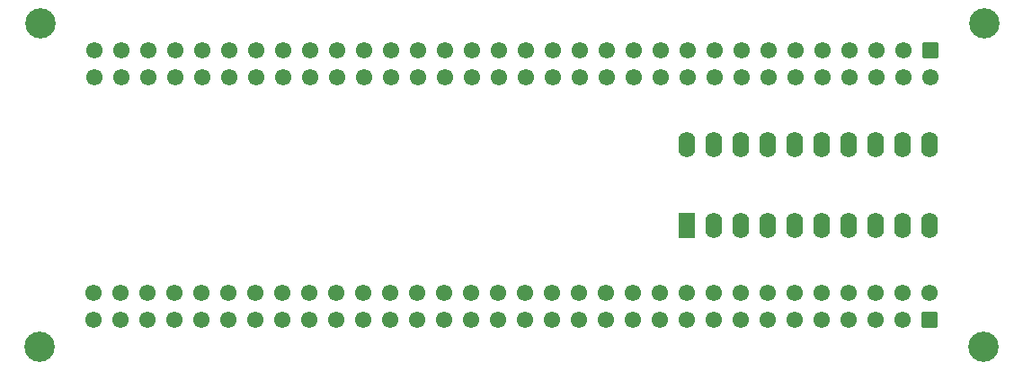
<source format=gbr>
%TF.GenerationSoftware,KiCad,Pcbnew,8.0.1*%
%TF.CreationDate,2024-04-05T09:52:39+02:00*%
%TF.ProjectId,qlexternal512kram_MIX,716c6578-7465-4726-9e61-6c3531326b72,0.1*%
%TF.SameCoordinates,Original*%
%TF.FileFunction,Soldermask,Bot*%
%TF.FilePolarity,Negative*%
%FSLAX46Y46*%
G04 Gerber Fmt 4.6, Leading zero omitted, Abs format (unit mm)*
G04 Created by KiCad (PCBNEW 8.0.1) date 2024-04-05 09:52:39*
%MOMM*%
%LPD*%
G01*
G04 APERTURE LIST*
G04 Aperture macros list*
%AMRoundRect*
0 Rectangle with rounded corners*
0 $1 Rounding radius*
0 $2 $3 $4 $5 $6 $7 $8 $9 X,Y pos of 4 corners*
0 Add a 4 corners polygon primitive as box body*
4,1,4,$2,$3,$4,$5,$6,$7,$8,$9,$2,$3,0*
0 Add four circle primitives for the rounded corners*
1,1,$1+$1,$2,$3*
1,1,$1+$1,$4,$5*
1,1,$1+$1,$6,$7*
1,1,$1+$1,$8,$9*
0 Add four rect primitives between the rounded corners*
20,1,$1+$1,$2,$3,$4,$5,0*
20,1,$1+$1,$4,$5,$6,$7,0*
20,1,$1+$1,$6,$7,$8,$9,0*
20,1,$1+$1,$8,$9,$2,$3,0*%
G04 Aperture macros list end*
%ADD10C,2.850000*%
%ADD11RoundRect,0.249999X0.525001X0.525001X-0.525001X0.525001X-0.525001X-0.525001X0.525001X-0.525001X0*%
%ADD12C,1.550000*%
%ADD13RoundRect,0.249999X-0.525001X-0.525001X0.525001X-0.525001X0.525001X0.525001X-0.525001X0.525001X0*%
%ADD14R,1.600000X2.400000*%
%ADD15O,1.600000X2.400000*%
G04 APERTURE END LIST*
D10*
%TO.C,J1*%
X97300000Y-55245000D03*
X186200000Y-55245000D03*
D11*
X181120000Y-57785000D03*
D12*
X178580000Y-57785000D03*
X176040000Y-57785000D03*
X173500000Y-57785000D03*
X170960000Y-57785000D03*
X168420000Y-57785000D03*
X165880000Y-57785000D03*
X163340000Y-57785000D03*
X160800000Y-57785000D03*
X158260000Y-57785000D03*
X155720000Y-57785000D03*
X153180000Y-57785000D03*
X150640000Y-57785000D03*
X148100000Y-57785000D03*
X145560000Y-57785000D03*
X143020000Y-57785000D03*
X140480000Y-57785000D03*
X137940000Y-57785000D03*
X135400000Y-57785000D03*
X132860000Y-57785000D03*
X130320000Y-57785000D03*
X127780000Y-57785000D03*
X125240000Y-57785000D03*
X122700000Y-57785000D03*
X120160000Y-57785000D03*
X117620000Y-57785000D03*
X115080000Y-57785000D03*
X112540000Y-57785000D03*
X110000000Y-57785000D03*
X107460000Y-57785000D03*
X104920000Y-57785000D03*
X102380000Y-57785000D03*
X181120000Y-60325000D03*
X178580000Y-60325000D03*
X176040000Y-60325000D03*
X173500000Y-60325000D03*
X170960000Y-60325000D03*
X168420000Y-60325000D03*
X165880000Y-60325000D03*
X163340000Y-60325000D03*
X160800000Y-60325000D03*
X158260000Y-60325000D03*
X155720000Y-60325000D03*
X153180000Y-60325000D03*
X150640000Y-60325000D03*
X148100000Y-60325000D03*
X145560000Y-60325000D03*
X143020000Y-60325000D03*
X140480000Y-60325000D03*
X137940000Y-60325000D03*
X135400000Y-60325000D03*
X132860000Y-60325000D03*
X130320000Y-60325000D03*
X127780000Y-60325000D03*
X125240000Y-60325000D03*
X122700000Y-60325000D03*
X120160000Y-60325000D03*
X117620000Y-60325000D03*
X115080000Y-60325000D03*
X112540000Y-60325000D03*
X110000000Y-60325000D03*
X107460000Y-60325000D03*
X104920000Y-60325000D03*
X102380000Y-60325000D03*
%TD*%
D10*
%TO.C,J2*%
X186150000Y-85725000D03*
X97250000Y-85725000D03*
D13*
X181060000Y-83185000D03*
D12*
X178520000Y-83185000D03*
X175980000Y-83185000D03*
X173440000Y-83185000D03*
X170900000Y-83185000D03*
X168360000Y-83185000D03*
X165820000Y-83185000D03*
X163280000Y-83185000D03*
X160740000Y-83185000D03*
X158200000Y-83185000D03*
X155660000Y-83185000D03*
X153120000Y-83185000D03*
X150580000Y-83185000D03*
X148040000Y-83185000D03*
X145500000Y-83185000D03*
X142960000Y-83185000D03*
X140420000Y-83185000D03*
X137880000Y-83185000D03*
X135340000Y-83185000D03*
X132800000Y-83185000D03*
X130260000Y-83185000D03*
X127720000Y-83185000D03*
X125180000Y-83185000D03*
X122640000Y-83185000D03*
X120100000Y-83185000D03*
X117560000Y-83185000D03*
X115020000Y-83185000D03*
X112480000Y-83185000D03*
X109940000Y-83185000D03*
X107400000Y-83185000D03*
X104860000Y-83185000D03*
X102320000Y-83185000D03*
X181060000Y-80645000D03*
X178520000Y-80645000D03*
X175980000Y-80645000D03*
X173440000Y-80645000D03*
X170900000Y-80645000D03*
X168360000Y-80645000D03*
X165820000Y-80645000D03*
X163280000Y-80645000D03*
X160740000Y-80645000D03*
X158200000Y-80645000D03*
X155660000Y-80645000D03*
X153120000Y-80645000D03*
X150580000Y-80645000D03*
X148040000Y-80645000D03*
X145500000Y-80645000D03*
X142960000Y-80645000D03*
X140420000Y-80645000D03*
X137880000Y-80645000D03*
X135340000Y-80645000D03*
X132800000Y-80645000D03*
X130260000Y-80645000D03*
X127720000Y-80645000D03*
X125180000Y-80645000D03*
X122640000Y-80645000D03*
X120100000Y-80645000D03*
X117560000Y-80645000D03*
X115020000Y-80645000D03*
X112480000Y-80645000D03*
X109940000Y-80645000D03*
X107400000Y-80645000D03*
X104860000Y-80645000D03*
X102320000Y-80645000D03*
%TD*%
D14*
%TO.C,U2*%
X158215000Y-74310000D03*
D15*
X160755000Y-74310000D03*
X163295000Y-74310000D03*
X165835000Y-74310000D03*
X168375000Y-74310000D03*
X170915000Y-74310000D03*
X173455000Y-74310000D03*
X175995000Y-74310000D03*
X178535000Y-74310000D03*
X181075000Y-74310000D03*
X181075000Y-66690000D03*
X178535000Y-66690000D03*
X175995000Y-66690000D03*
X173455000Y-66690000D03*
X170915000Y-66690000D03*
X168375000Y-66690000D03*
X165835000Y-66690000D03*
X163295000Y-66690000D03*
X160755000Y-66690000D03*
X158215000Y-66690000D03*
%TD*%
M02*

</source>
